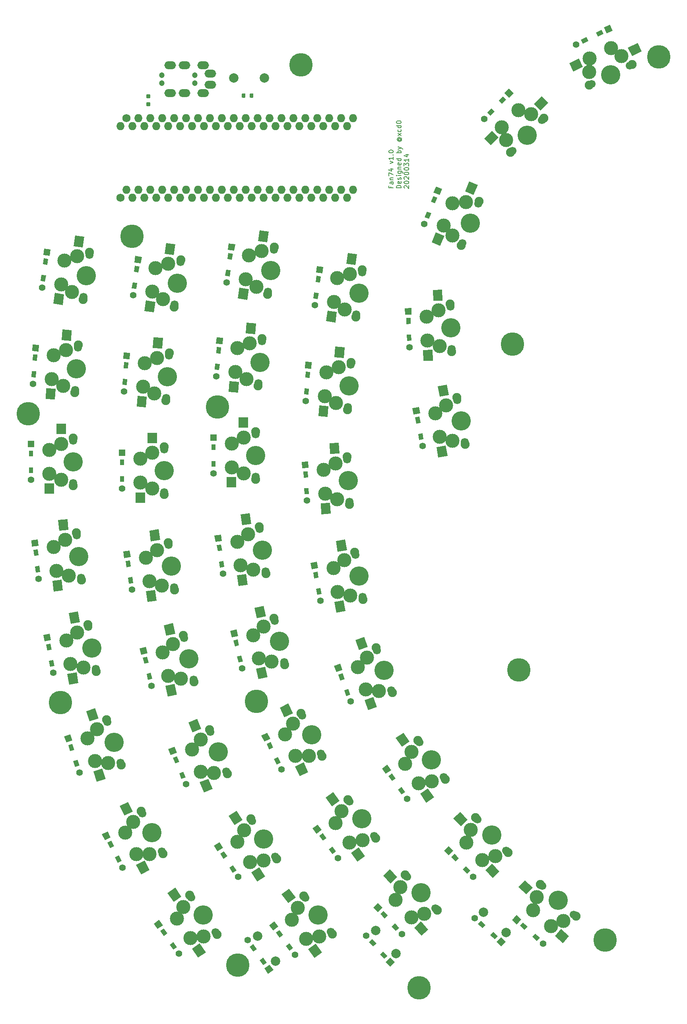
<source format=gbr>
G04 #@! TF.GenerationSoftware,KiCad,Pcbnew,(5.1.5)-3*
G04 #@! TF.CreationDate,2020-03-14T16:45:00+09:00*
G04 #@! TF.ProjectId,fan,66616e2e-6b69-4636-9164-5f7063625858,v1.0*
G04 #@! TF.SameCoordinates,Original*
G04 #@! TF.FileFunction,Soldermask,Top*
G04 #@! TF.FilePolarity,Negative*
%FSLAX46Y46*%
G04 Gerber Fmt 4.6, Leading zero omitted, Abs format (unit mm)*
G04 Created by KiCad (PCBNEW (5.1.5)-3) date 2020-03-14 16:45:00*
%MOMM*%
%LPD*%
G04 APERTURE LIST*
%ADD10C,0.150000*%
%ADD11C,5.000000*%
%ADD12O,2.500000X1.700000*%
%ADD13C,1.200000*%
%ADD14C,0.100000*%
%ADD15C,1.397000*%
%ADD16C,3.000000*%
%ADD17C,4.100000*%
%ADD18C,1.900000*%
%ADD19C,1.700000*%
%ADD20R,1.397000X1.397000*%
%ADD21R,0.950000X1.300000*%
%ADD22R,2.000000X2.300000*%
%ADD23C,2.000000*%
%ADD24O,1.727200X1.727200*%
%ADD25C,1.727200*%
G04 APERTURE END LIST*
D10*
X105650672Y-66424796D02*
X105650672Y-66758129D01*
X106174481Y-66758129D02*
X105174481Y-66758129D01*
X105174481Y-66281939D01*
X106174481Y-65472415D02*
X105650672Y-65472415D01*
X105555434Y-65520034D01*
X105507815Y-65615272D01*
X105507815Y-65805748D01*
X105555434Y-65900986D01*
X106126862Y-65472415D02*
X106174481Y-65567653D01*
X106174481Y-65805748D01*
X106126862Y-65900986D01*
X106031624Y-65948605D01*
X105936386Y-65948605D01*
X105841148Y-65900986D01*
X105793529Y-65805748D01*
X105793529Y-65567653D01*
X105745910Y-65472415D01*
X105507815Y-64996225D02*
X106174481Y-64996225D01*
X105603053Y-64996225D02*
X105555434Y-64948605D01*
X105507815Y-64853367D01*
X105507815Y-64710510D01*
X105555434Y-64615272D01*
X105650672Y-64567653D01*
X106174481Y-64567653D01*
X105174481Y-64186701D02*
X105174481Y-63520034D01*
X106174481Y-63948605D01*
X105507815Y-62710510D02*
X106174481Y-62710510D01*
X105126862Y-62948605D02*
X105841148Y-63186701D01*
X105841148Y-62567653D01*
X105507815Y-61520034D02*
X106174481Y-61281939D01*
X105507815Y-61043844D01*
X106174481Y-60139082D02*
X106174481Y-60710510D01*
X106174481Y-60424796D02*
X105174481Y-60424796D01*
X105317339Y-60520034D01*
X105412577Y-60615272D01*
X105460196Y-60710510D01*
X106079243Y-59710510D02*
X106126862Y-59662891D01*
X106174481Y-59710510D01*
X106126862Y-59758129D01*
X106079243Y-59710510D01*
X106174481Y-59710510D01*
X105174481Y-59043844D02*
X105174481Y-58948605D01*
X105222101Y-58853367D01*
X105269720Y-58805748D01*
X105364958Y-58758129D01*
X105555434Y-58710510D01*
X105793529Y-58710510D01*
X105984005Y-58758129D01*
X106079243Y-58805748D01*
X106126862Y-58853367D01*
X106174481Y-58948605D01*
X106174481Y-59043844D01*
X106126862Y-59139082D01*
X106079243Y-59186701D01*
X105984005Y-59234320D01*
X105793529Y-59281939D01*
X105555434Y-59281939D01*
X105364958Y-59234320D01*
X105269720Y-59186701D01*
X105222101Y-59139082D01*
X105174481Y-59043844D01*
X107824481Y-66758129D02*
X106824481Y-66758129D01*
X106824481Y-66520034D01*
X106872101Y-66377177D01*
X106967339Y-66281939D01*
X107062577Y-66234320D01*
X107253053Y-66186701D01*
X107395910Y-66186701D01*
X107586386Y-66234320D01*
X107681624Y-66281939D01*
X107776862Y-66377177D01*
X107824481Y-66520034D01*
X107824481Y-66758129D01*
X107776862Y-65377177D02*
X107824481Y-65472415D01*
X107824481Y-65662891D01*
X107776862Y-65758129D01*
X107681624Y-65805748D01*
X107300672Y-65805748D01*
X107205434Y-65758129D01*
X107157815Y-65662891D01*
X107157815Y-65472415D01*
X107205434Y-65377177D01*
X107300672Y-65329558D01*
X107395910Y-65329558D01*
X107491148Y-65805748D01*
X107776862Y-64948605D02*
X107824481Y-64853367D01*
X107824481Y-64662891D01*
X107776862Y-64567653D01*
X107681624Y-64520034D01*
X107634005Y-64520034D01*
X107538767Y-64567653D01*
X107491148Y-64662891D01*
X107491148Y-64805748D01*
X107443529Y-64900986D01*
X107348291Y-64948605D01*
X107300672Y-64948605D01*
X107205434Y-64900986D01*
X107157815Y-64805748D01*
X107157815Y-64662891D01*
X107205434Y-64567653D01*
X107824481Y-64091463D02*
X107157815Y-64091463D01*
X106824481Y-64091463D02*
X106872101Y-64139082D01*
X106919720Y-64091463D01*
X106872101Y-64043844D01*
X106824481Y-64091463D01*
X106919720Y-64091463D01*
X107157815Y-63186701D02*
X107967339Y-63186701D01*
X108062577Y-63234320D01*
X108110196Y-63281939D01*
X108157815Y-63377177D01*
X108157815Y-63520034D01*
X108110196Y-63615272D01*
X107776862Y-63186701D02*
X107824481Y-63281939D01*
X107824481Y-63472415D01*
X107776862Y-63567653D01*
X107729243Y-63615272D01*
X107634005Y-63662891D01*
X107348291Y-63662891D01*
X107253053Y-63615272D01*
X107205434Y-63567653D01*
X107157815Y-63472415D01*
X107157815Y-63281939D01*
X107205434Y-63186701D01*
X107157815Y-62710510D02*
X107824481Y-62710510D01*
X107253053Y-62710510D02*
X107205434Y-62662891D01*
X107157815Y-62567653D01*
X107157815Y-62424796D01*
X107205434Y-62329558D01*
X107300672Y-62281939D01*
X107824481Y-62281939D01*
X107776862Y-61424796D02*
X107824481Y-61520034D01*
X107824481Y-61710510D01*
X107776862Y-61805748D01*
X107681624Y-61853367D01*
X107300672Y-61853367D01*
X107205434Y-61805748D01*
X107157815Y-61710510D01*
X107157815Y-61520034D01*
X107205434Y-61424796D01*
X107300672Y-61377177D01*
X107395910Y-61377177D01*
X107491148Y-61853367D01*
X107824481Y-60520034D02*
X106824481Y-60520034D01*
X107776862Y-60520034D02*
X107824481Y-60615272D01*
X107824481Y-60805748D01*
X107776862Y-60900986D01*
X107729243Y-60948605D01*
X107634005Y-60996225D01*
X107348291Y-60996225D01*
X107253053Y-60948605D01*
X107205434Y-60900986D01*
X107157815Y-60805748D01*
X107157815Y-60615272D01*
X107205434Y-60520034D01*
X107824481Y-59281939D02*
X106824481Y-59281939D01*
X107205434Y-59281939D02*
X107157815Y-59186701D01*
X107157815Y-58996225D01*
X107205434Y-58900986D01*
X107253053Y-58853367D01*
X107348291Y-58805748D01*
X107634005Y-58805748D01*
X107729243Y-58853367D01*
X107776862Y-58900986D01*
X107824481Y-58996225D01*
X107824481Y-59186701D01*
X107776862Y-59281939D01*
X107157815Y-58472415D02*
X107824481Y-58234320D01*
X107157815Y-57996225D02*
X107824481Y-58234320D01*
X108062577Y-58329558D01*
X108110196Y-58377177D01*
X108157815Y-58472415D01*
X107348291Y-56234320D02*
X107300672Y-56281939D01*
X107253053Y-56377177D01*
X107253053Y-56472415D01*
X107300672Y-56567653D01*
X107348291Y-56615272D01*
X107443529Y-56662891D01*
X107538767Y-56662891D01*
X107634005Y-56615272D01*
X107681624Y-56567653D01*
X107729243Y-56472415D01*
X107729243Y-56377177D01*
X107681624Y-56281939D01*
X107634005Y-56234320D01*
X107253053Y-56234320D02*
X107634005Y-56234320D01*
X107681624Y-56186701D01*
X107681624Y-56139082D01*
X107634005Y-56043844D01*
X107538767Y-55996225D01*
X107300672Y-55996225D01*
X107157815Y-56091463D01*
X107062577Y-56234320D01*
X107014958Y-56424796D01*
X107062577Y-56615272D01*
X107157815Y-56758129D01*
X107300672Y-56853367D01*
X107491148Y-56900986D01*
X107681624Y-56853367D01*
X107824481Y-56758129D01*
X107919720Y-56615272D01*
X107967339Y-56424796D01*
X107919720Y-56234320D01*
X107824481Y-56091463D01*
X107824481Y-55662891D02*
X107157815Y-55139082D01*
X107157815Y-55662891D02*
X107824481Y-55139082D01*
X107776862Y-54329558D02*
X107824481Y-54424796D01*
X107824481Y-54615272D01*
X107776862Y-54710510D01*
X107729243Y-54758129D01*
X107634005Y-54805748D01*
X107348291Y-54805748D01*
X107253053Y-54758129D01*
X107205434Y-54710510D01*
X107157815Y-54615272D01*
X107157815Y-54424796D01*
X107205434Y-54329558D01*
X107824481Y-53472415D02*
X106824481Y-53472415D01*
X107776862Y-53472415D02*
X107824481Y-53567653D01*
X107824481Y-53758129D01*
X107776862Y-53853367D01*
X107729243Y-53900986D01*
X107634005Y-53948605D01*
X107348291Y-53948605D01*
X107253053Y-53900986D01*
X107205434Y-53853367D01*
X107157815Y-53758129D01*
X107157815Y-53567653D01*
X107205434Y-53472415D01*
X106824481Y-52805748D02*
X106824481Y-52710510D01*
X106872101Y-52615272D01*
X106919720Y-52567653D01*
X107014958Y-52520034D01*
X107205434Y-52472415D01*
X107443529Y-52472415D01*
X107634005Y-52520034D01*
X107729243Y-52567653D01*
X107776862Y-52615272D01*
X107824481Y-52710510D01*
X107824481Y-52805748D01*
X107776862Y-52900986D01*
X107729243Y-52948605D01*
X107634005Y-52996225D01*
X107443529Y-53043844D01*
X107205434Y-53043844D01*
X107014958Y-52996225D01*
X106919720Y-52948605D01*
X106872101Y-52900986D01*
X106824481Y-52805748D01*
X108569720Y-66805748D02*
X108522101Y-66758129D01*
X108474481Y-66662891D01*
X108474481Y-66424796D01*
X108522101Y-66329558D01*
X108569720Y-66281939D01*
X108664958Y-66234320D01*
X108760196Y-66234320D01*
X108903053Y-66281939D01*
X109474481Y-66853367D01*
X109474481Y-66234320D01*
X108474481Y-65615272D02*
X108474481Y-65520034D01*
X108522101Y-65424796D01*
X108569720Y-65377177D01*
X108664958Y-65329558D01*
X108855434Y-65281939D01*
X109093529Y-65281939D01*
X109284005Y-65329558D01*
X109379243Y-65377177D01*
X109426862Y-65424796D01*
X109474481Y-65520034D01*
X109474481Y-65615272D01*
X109426862Y-65710510D01*
X109379243Y-65758129D01*
X109284005Y-65805748D01*
X109093529Y-65853367D01*
X108855434Y-65853367D01*
X108664958Y-65805748D01*
X108569720Y-65758129D01*
X108522101Y-65710510D01*
X108474481Y-65615272D01*
X108569720Y-64900986D02*
X108522101Y-64853367D01*
X108474481Y-64758129D01*
X108474481Y-64520034D01*
X108522101Y-64424796D01*
X108569720Y-64377177D01*
X108664958Y-64329558D01*
X108760196Y-64329558D01*
X108903053Y-64377177D01*
X109474481Y-64948605D01*
X109474481Y-64329558D01*
X108474481Y-63710510D02*
X108474481Y-63615272D01*
X108522101Y-63520034D01*
X108569720Y-63472415D01*
X108664958Y-63424796D01*
X108855434Y-63377177D01*
X109093529Y-63377177D01*
X109284005Y-63424796D01*
X109379243Y-63472415D01*
X109426862Y-63520034D01*
X109474481Y-63615272D01*
X109474481Y-63710510D01*
X109426862Y-63805748D01*
X109379243Y-63853367D01*
X109284005Y-63900986D01*
X109093529Y-63948605D01*
X108855434Y-63948605D01*
X108664958Y-63900986D01*
X108569720Y-63853367D01*
X108522101Y-63805748D01*
X108474481Y-63710510D01*
X108474481Y-62758129D02*
X108474481Y-62662891D01*
X108522101Y-62567653D01*
X108569720Y-62520034D01*
X108664958Y-62472415D01*
X108855434Y-62424796D01*
X109093529Y-62424796D01*
X109284005Y-62472415D01*
X109379243Y-62520034D01*
X109426862Y-62567653D01*
X109474481Y-62662891D01*
X109474481Y-62758129D01*
X109426862Y-62853367D01*
X109379243Y-62900986D01*
X109284005Y-62948605D01*
X109093529Y-62996225D01*
X108855434Y-62996225D01*
X108664958Y-62948605D01*
X108569720Y-62900986D01*
X108522101Y-62853367D01*
X108474481Y-62758129D01*
X108474481Y-62091463D02*
X108474481Y-61472415D01*
X108855434Y-61805748D01*
X108855434Y-61662891D01*
X108903053Y-61567653D01*
X108950672Y-61520034D01*
X109045910Y-61472415D01*
X109284005Y-61472415D01*
X109379243Y-61520034D01*
X109426862Y-61567653D01*
X109474481Y-61662891D01*
X109474481Y-61948605D01*
X109426862Y-62043844D01*
X109379243Y-62091463D01*
X109474481Y-60520034D02*
X109474481Y-61091463D01*
X109474481Y-60805748D02*
X108474481Y-60805748D01*
X108617339Y-60900986D01*
X108712577Y-60996225D01*
X108760196Y-61091463D01*
X108807815Y-59662891D02*
X109474481Y-59662891D01*
X108426862Y-59900986D02*
X109141148Y-60139082D01*
X109141148Y-59520034D01*
D11*
X50489000Y-77071000D03*
D12*
X67185000Y-44828000D03*
X58685000Y-46578000D03*
X67185000Y-42378000D03*
D13*
X63885000Y-44478000D03*
D12*
X65685000Y-40628000D03*
X61685000Y-40628000D03*
D13*
X63885000Y-42728000D03*
D12*
X67185000Y-42378000D03*
X65685000Y-46578000D03*
X65685000Y-40628000D03*
X58685000Y-40628000D03*
D13*
X56885000Y-42728000D03*
X56885000Y-44478000D03*
X63885000Y-44478000D03*
D12*
X58685000Y-46578000D03*
X58685000Y-40628000D03*
X67185000Y-44828000D03*
X61685000Y-46578000D03*
X61685000Y-40628000D03*
X65685000Y-46578000D03*
D13*
X63885000Y-42728000D03*
D12*
X61685000Y-46578000D03*
D13*
X56885000Y-42728000D03*
X56885000Y-44478000D03*
D14*
G36*
X108606000Y-92356070D02*
G01*
X110002149Y-92307315D01*
X110050904Y-93703464D01*
X108654755Y-93752219D01*
X108606000Y-92356070D01*
G37*
D15*
X109594387Y-100645126D03*
D14*
G36*
X108902078Y-94430501D02*
G01*
X109851499Y-94397347D01*
X109896868Y-95696555D01*
X108947447Y-95729709D01*
X108902078Y-94430501D01*
G37*
G36*
X109025971Y-97978338D02*
G01*
X109975392Y-97945184D01*
X110020761Y-99244392D01*
X109071340Y-99277546D01*
X109025971Y-97978338D01*
G37*
G36*
X114593687Y-88503256D02*
G01*
X116592468Y-88433457D01*
X116672737Y-90732056D01*
X114673956Y-90801855D01*
X114593687Y-88503256D01*
G37*
G36*
X112498458Y-101284164D02*
G01*
X114497239Y-101214365D01*
X114577508Y-103512964D01*
X112578727Y-103582763D01*
X112498458Y-101284164D01*
G37*
D16*
X116050451Y-100419675D03*
X113467676Y-99239093D03*
X115784516Y-92804317D03*
X113290387Y-94162188D03*
D17*
X118455937Y-96523351D03*
D18*
X118278648Y-91446446D03*
X118633226Y-101600256D03*
D19*
X118612985Y-101020610D03*
X118298889Y-92026092D03*
D14*
G36*
X152253605Y-31988005D02*
G01*
X152866010Y-33243620D01*
X151610395Y-33856025D01*
X150997990Y-32600410D01*
X152253605Y-31988005D01*
G37*
D15*
X145083189Y-36262403D03*
D14*
G36*
X150478944Y-33102232D02*
G01*
X150895396Y-33956086D01*
X149726964Y-34525968D01*
X149310512Y-33672114D01*
X150478944Y-33102232D01*
G37*
G36*
X147288225Y-34658449D02*
G01*
X147704677Y-35512303D01*
X146536245Y-36082185D01*
X146119793Y-35228331D01*
X147288225Y-34658449D01*
G37*
G36*
X158208738Y-35890947D02*
G01*
X159085480Y-37688535D01*
X157018254Y-38696789D01*
X156141512Y-36899201D01*
X158208738Y-35890947D01*
G37*
G36*
X145680591Y-39175324D02*
G01*
X146557333Y-40972912D01*
X144490107Y-41981166D01*
X143613365Y-40183578D01*
X145680591Y-39175324D01*
G37*
D16*
X147915067Y-42068612D03*
X147943073Y-39228944D03*
X154763877Y-38728223D03*
X152508946Y-37002019D03*
D17*
X152452935Y-42681355D03*
D18*
X157018809Y-40454430D03*
X147887061Y-44908280D03*
D19*
X148408362Y-44654025D03*
X156497508Y-40708685D03*
D20*
X28995937Y-121237352D03*
D15*
X28995937Y-128857352D03*
D21*
X28995937Y-123272352D03*
X28995937Y-126822352D03*
D22*
X35415937Y-118047352D03*
X32875937Y-130747352D03*
D16*
X35455937Y-128857352D03*
X32915937Y-127587352D03*
X35455936Y-121237352D03*
X32915937Y-122507352D03*
D17*
X37995937Y-125047352D03*
D18*
X37995937Y-119967352D03*
X37995937Y-130127352D03*
D19*
X37995937Y-129547352D03*
X37995937Y-120547352D03*
D14*
G36*
X115259555Y-66462019D02*
G01*
X116554831Y-66985345D01*
X116031505Y-68280621D01*
X114736229Y-67757295D01*
X115259555Y-66462019D01*
G37*
D15*
X112791028Y-74436461D03*
D14*
G36*
X114686288Y-68477531D02*
G01*
X115567113Y-68833408D01*
X115080124Y-70038747D01*
X114199299Y-69682870D01*
X114686288Y-68477531D01*
G37*
G36*
X113356435Y-71769034D02*
G01*
X114237260Y-72124911D01*
X113750271Y-73330250D01*
X112869446Y-72974373D01*
X113356435Y-71769034D01*
G37*
G36*
X122296660Y-65377710D02*
G01*
X124151027Y-66126923D01*
X123289432Y-68259446D01*
X121435065Y-67510233D01*
X122296660Y-65377710D01*
G37*
G36*
X115184109Y-76201444D02*
G01*
X117038476Y-76950657D01*
X116176881Y-79083180D01*
X114322514Y-78333967D01*
X115184109Y-76201444D01*
G37*
D16*
X118780636Y-76856420D03*
X116901339Y-74727395D03*
X121635137Y-69791278D03*
X118804341Y-70017302D03*
D17*
X122562934Y-74275350D03*
D18*
X124465935Y-69565256D03*
X120659933Y-78985444D03*
D19*
X120877204Y-78447677D03*
X124248664Y-70103023D03*
D20*
X67847930Y-119902349D03*
D15*
X67847930Y-127522349D03*
D21*
X67847930Y-121937349D03*
X67847930Y-125487349D03*
D22*
X74267930Y-116712349D03*
X71727930Y-129412349D03*
D16*
X74307930Y-127522349D03*
X71767930Y-126252349D03*
X74307929Y-119902349D03*
X71767930Y-121172349D03*
D17*
X76847930Y-123712349D03*
D18*
X76847930Y-118632349D03*
X76847930Y-128792349D03*
D19*
X76847930Y-128212349D03*
X76847930Y-119212349D03*
D20*
X48395935Y-123137351D03*
D15*
X48395935Y-130757351D03*
D21*
X48395935Y-125172351D03*
X48395935Y-128722351D03*
D22*
X54815935Y-119947351D03*
X52275935Y-132647351D03*
D16*
X54855935Y-130757351D03*
X52315935Y-129487351D03*
X54855934Y-123137351D03*
X52315935Y-124407351D03*
D17*
X57395935Y-126947351D03*
D18*
X57395935Y-121867351D03*
X57395935Y-132027351D03*
D19*
X57395935Y-131447351D03*
X57395935Y-122447351D03*
D14*
G36*
X68527280Y-98510728D02*
G01*
X69918964Y-98632484D01*
X69797208Y-100024168D01*
X68405524Y-99902412D01*
X68527280Y-98510728D01*
G37*
D15*
X68498117Y-106858451D03*
D14*
G36*
X68568341Y-100605778D02*
G01*
X69514726Y-100688576D01*
X69401423Y-101983630D01*
X68455038Y-101900832D01*
X68568341Y-100605778D01*
G37*
G36*
X68258938Y-104142269D02*
G01*
X69205323Y-104225067D01*
X69092020Y-105520121D01*
X68145635Y-105437323D01*
X68258938Y-104142269D01*
G37*
G36*
X74939875Y-95416346D02*
G01*
X76932265Y-95590658D01*
X76731807Y-97881906D01*
X74739417Y-97707594D01*
X74939875Y-95416346D01*
G37*
G36*
X71302662Y-107846643D02*
G01*
X73295052Y-108020955D01*
X73094594Y-110312203D01*
X71102204Y-110137891D01*
X71302662Y-107846643D01*
G37*
D16*
X74933535Y-107421477D03*
X72513888Y-105934934D03*
X75597661Y-99830474D03*
X72956640Y-100874265D03*
D17*
X77795933Y-103847351D03*
D18*
X78238684Y-98786682D03*
X77353182Y-108908020D03*
D19*
X77403732Y-108330227D03*
X78188134Y-99364475D03*
D14*
G36*
X131438555Y-222552194D02*
G01*
X132373330Y-221514021D01*
X133411503Y-222448796D01*
X132476728Y-223486969D01*
X131438555Y-222552194D01*
G37*
D15*
X138087792Y-227599270D03*
D14*
G36*
X133136447Y-223780235D02*
G01*
X133772121Y-223074247D01*
X134738209Y-223944117D01*
X134102535Y-224650105D01*
X133136447Y-223780235D01*
G37*
G36*
X135774612Y-226155648D02*
G01*
X136410286Y-225449660D01*
X137376374Y-226319530D01*
X136740700Y-227025518D01*
X135774612Y-226155648D01*
G37*
G36*
X132826468Y-215568623D02*
G01*
X134164729Y-214082333D01*
X135873962Y-215621333D01*
X134535701Y-217107623D01*
X132826468Y-215568623D01*
G37*
G36*
X140564816Y-225954170D02*
G01*
X141903077Y-224467880D01*
X143612310Y-226006880D01*
X142274049Y-227493170D01*
X140564816Y-225954170D01*
G37*
D16*
X142410376Y-222798554D03*
X139766990Y-223836346D03*
X136747612Y-217699780D03*
X135991815Y-220437163D03*
D17*
X141278586Y-218361579D03*
D18*
X137503410Y-214962396D03*
X145053762Y-221760762D03*
D19*
X144622738Y-221372667D03*
X137934434Y-215350491D03*
D14*
G36*
X130823287Y-45585061D02*
G01*
X131828205Y-46555499D01*
X130857767Y-47560417D01*
X129852849Y-46589979D01*
X130823287Y-45585061D01*
G37*
D15*
X125547230Y-52054108D03*
D14*
G36*
X129536739Y-47239062D02*
G01*
X130220111Y-47898988D01*
X129317055Y-48834130D01*
X128633683Y-48174204D01*
X129536739Y-47239062D01*
G37*
G36*
X127070702Y-49792718D02*
G01*
X127754074Y-50452644D01*
X126851018Y-51387786D01*
X126167646Y-50727860D01*
X127070702Y-49792718D01*
G37*
G36*
X137754166Y-47215853D02*
G01*
X139192846Y-48605170D01*
X137595132Y-50259651D01*
X136156452Y-48870334D01*
X137754166Y-47215853D01*
G37*
G36*
X127104882Y-54587036D02*
G01*
X128543562Y-55976353D01*
X126945848Y-57630834D01*
X125507168Y-56241517D01*
X127104882Y-54587036D01*
G37*
D16*
X130194166Y-56541601D03*
X129249259Y-53863608D03*
X135487462Y-51060231D03*
X132778123Y-50209361D03*
D17*
X134667937Y-55565349D03*
D18*
X138196802Y-51911103D03*
X131139072Y-59219595D03*
D19*
X131541974Y-58802378D03*
X137793900Y-52328320D03*
D14*
G36*
X29335556Y-100073301D02*
G01*
X30729153Y-100170750D01*
X30631704Y-101564347D01*
X29238107Y-101466898D01*
X29335556Y-100073301D01*
G37*
D15*
X29452085Y-108420262D03*
D14*
G36*
X29413174Y-102167316D02*
G01*
X30360860Y-102233585D01*
X30270176Y-103530418D01*
X29322490Y-103464149D01*
X29413174Y-102167316D01*
G37*
G36*
X29165539Y-105708668D02*
G01*
X30113225Y-105774937D01*
X30022541Y-107071770D01*
X29074855Y-107005501D01*
X29165539Y-105708668D01*
G37*
G36*
X35693170Y-96867476D02*
G01*
X37688298Y-97006989D01*
X37527858Y-99301386D01*
X35532730Y-99161873D01*
X35693170Y-96867476D01*
G37*
G36*
X32273450Y-109359358D02*
G01*
X34268578Y-109498871D01*
X34108138Y-111793268D01*
X32113010Y-111653755D01*
X32273450Y-109359358D01*
G37*
D16*
X35896349Y-108870889D03*
X33451127Y-107426801D03*
X36427892Y-101269450D03*
X33805490Y-102359175D03*
D17*
X38695934Y-105247351D03*
D18*
X39050297Y-100179726D03*
X38341571Y-110314976D03*
D19*
X38382030Y-109736389D03*
X39009838Y-100758313D03*
D14*
G36*
X71119282Y-78532957D02*
G01*
X72502687Y-78727382D01*
X72308262Y-80110787D01*
X70924857Y-79916362D01*
X71119282Y-78532957D01*
G37*
D15*
X70653273Y-86867714D03*
D14*
G36*
X71050640Y-80627286D02*
G01*
X71991395Y-80759500D01*
X71810470Y-82046848D01*
X70869715Y-81914634D01*
X71050640Y-80627286D01*
G37*
G36*
X70556575Y-84142738D02*
G01*
X71497330Y-84274952D01*
X71316405Y-85562300D01*
X70375650Y-85430086D01*
X70556575Y-84142738D01*
G37*
G36*
X77685036Y-75778427D02*
G01*
X79665572Y-76056773D01*
X79345474Y-78334389D01*
X77364938Y-78056043D01*
X77685036Y-75778427D01*
G37*
G36*
X73402257Y-88001332D02*
G01*
X75382793Y-88279678D01*
X75062695Y-90557294D01*
X73082159Y-90278948D01*
X73402257Y-88001332D01*
G37*
D16*
X77050405Y-87766773D03*
X74711874Y-86155633D03*
X78110903Y-80220930D03*
X75418873Y-81125071D03*
D17*
X80095935Y-84347351D03*
D18*
X80802934Y-79316789D03*
X79388936Y-89377913D03*
D19*
X79469656Y-88803557D03*
X80722214Y-79891145D03*
D14*
G36*
X89900285Y-83372957D02*
G01*
X91283690Y-83567382D01*
X91089265Y-84950787D01*
X89705860Y-84756362D01*
X89900285Y-83372957D01*
G37*
D15*
X89434276Y-91707714D03*
D14*
G36*
X89831643Y-85467286D02*
G01*
X90772398Y-85599500D01*
X90591473Y-86886848D01*
X89650718Y-86754634D01*
X89831643Y-85467286D01*
G37*
G36*
X89337578Y-88982738D02*
G01*
X90278333Y-89114952D01*
X90097408Y-90402300D01*
X89156653Y-90270086D01*
X89337578Y-88982738D01*
G37*
G36*
X96466039Y-80618427D02*
G01*
X98446575Y-80896773D01*
X98126477Y-83174389D01*
X96145941Y-82896043D01*
X96466039Y-80618427D01*
G37*
G36*
X92183260Y-92841332D02*
G01*
X94163796Y-93119678D01*
X93843698Y-95397294D01*
X91863162Y-95118948D01*
X92183260Y-92841332D01*
G37*
D16*
X95831408Y-92606773D03*
X93492877Y-90995633D03*
X96891906Y-85060930D03*
X94199876Y-85965071D03*
D17*
X98876938Y-89187351D03*
D18*
X99583937Y-84156789D03*
X98169939Y-94217913D03*
D19*
X98250659Y-93643557D03*
X99503217Y-84731145D03*
D14*
G36*
X51219281Y-81232958D02*
G01*
X52602686Y-81427383D01*
X52408261Y-82810788D01*
X51024856Y-82616363D01*
X51219281Y-81232958D01*
G37*
D15*
X50753272Y-89567715D03*
D14*
G36*
X51150639Y-83327287D02*
G01*
X52091394Y-83459501D01*
X51910469Y-84746849D01*
X50969714Y-84614635D01*
X51150639Y-83327287D01*
G37*
G36*
X50656574Y-86842739D02*
G01*
X51597329Y-86974953D01*
X51416404Y-88262301D01*
X50475649Y-88130087D01*
X50656574Y-86842739D01*
G37*
G36*
X57785035Y-78478428D02*
G01*
X59765571Y-78756774D01*
X59445473Y-81034390D01*
X57464937Y-80756044D01*
X57785035Y-78478428D01*
G37*
G36*
X53502256Y-90701333D02*
G01*
X55482792Y-90979679D01*
X55162694Y-93257295D01*
X53182158Y-92978949D01*
X53502256Y-90701333D01*
G37*
D16*
X57150404Y-90466774D03*
X54811873Y-88855634D03*
X58210902Y-82920931D03*
X55518872Y-83825072D03*
D17*
X60195934Y-87047352D03*
D18*
X60902933Y-82016790D03*
X59488935Y-92077914D03*
D19*
X59569655Y-91503558D03*
X60822213Y-82591146D03*
D14*
G36*
X36078911Y-183456515D02*
G01*
X37407537Y-183024819D01*
X37839233Y-184353445D01*
X36510607Y-184785141D01*
X36078911Y-183456515D01*
G37*
D15*
X39313781Y-191152030D03*
D14*
G36*
X36935308Y-185368976D02*
G01*
X37838812Y-185075410D01*
X38240534Y-186311784D01*
X37337030Y-186605350D01*
X36935308Y-185368976D01*
G37*
G36*
X38032319Y-188745226D02*
G01*
X38935823Y-188451660D01*
X39337545Y-189688034D01*
X38434041Y-189981600D01*
X38032319Y-188745226D01*
G37*
G36*
X40772664Y-178102522D02*
G01*
X42674777Y-177484488D01*
X43385516Y-179671918D01*
X41483403Y-180289952D01*
X40772664Y-178102522D01*
G37*
G36*
X42281497Y-190965843D02*
G01*
X44183610Y-190347809D01*
X44894349Y-192535239D01*
X42992236Y-193153273D01*
X42281497Y-190965843D01*
G37*
D16*
X45457606Y-189155780D03*
X42649471Y-188732842D03*
X43102896Y-181908730D03*
X41079665Y-183901475D03*
D17*
X46695935Y-184747352D03*
D18*
X45126129Y-179915985D03*
X48265741Y-189578719D03*
D19*
X48086511Y-189027106D03*
X45305359Y-180467598D03*
D14*
G36*
X116964809Y-207762468D02*
G01*
X117986510Y-206809717D01*
X118939261Y-207831418D01*
X117917560Y-208784169D01*
X116964809Y-207762468D01*
G37*
D15*
X123148862Y-213369858D03*
D14*
G36*
X118549210Y-209133816D02*
G01*
X119243996Y-208485918D01*
X120130594Y-209436678D01*
X119435808Y-210084576D01*
X118549210Y-209133816D01*
G37*
G36*
X120970304Y-211730122D02*
G01*
X121665090Y-211082224D01*
X122551688Y-212032984D01*
X121856902Y-212680882D01*
X120970304Y-211730122D01*
G37*
G36*
X118956099Y-200926437D02*
G01*
X120418807Y-199562440D01*
X121987403Y-201244553D01*
X120524695Y-202608550D01*
X118956099Y-200926437D01*
G37*
G36*
X125759840Y-211946905D02*
G01*
X127222548Y-210582908D01*
X128791144Y-212265021D01*
X127328436Y-213629018D01*
X125759840Y-211946905D01*
G37*
D16*
X127873407Y-208964148D03*
X125149631Y-209767605D03*
X122676579Y-203391234D03*
X121685079Y-206052328D03*
D17*
X127132632Y-204445415D03*
D18*
X123668080Y-200730138D03*
X130597184Y-208160692D03*
D19*
X130201625Y-207736507D03*
X124063639Y-201154323D03*
D14*
G36*
X103753418Y-190323036D02*
G01*
X104897774Y-189521750D01*
X105699060Y-190666106D01*
X104554704Y-191467392D01*
X103753418Y-190323036D01*
G37*
D15*
X109096892Y-196736509D03*
D14*
G36*
X105131545Y-191901545D02*
G01*
X105909740Y-191356647D01*
X106655389Y-192421545D01*
X105877194Y-192966443D01*
X105131545Y-191901545D01*
G37*
G36*
X107167742Y-194809535D02*
G01*
X107945937Y-194264637D01*
X108691586Y-195329535D01*
X107913391Y-195874433D01*
X107167742Y-194809535D01*
G37*
G36*
X106676722Y-183830667D02*
G01*
X108315026Y-182683514D01*
X109634252Y-184567563D01*
X107995948Y-185714716D01*
X106676722Y-183830667D01*
G37*
G36*
X111880496Y-195690782D02*
G01*
X113518800Y-194543629D01*
X114838026Y-196427678D01*
X113199722Y-197574831D01*
X111880496Y-195690782D01*
G37*
D16*
X114388614Y-193031205D03*
X111579526Y-193447766D03*
X110017961Y-186789267D03*
X108665757Y-189286474D03*
D17*
X114283934Y-188453352D03*
D18*
X111370166Y-184292060D03*
X117197702Y-192614644D03*
D19*
X116865028Y-192139536D03*
X111702840Y-184767168D03*
D14*
G36*
X68075361Y-140729498D02*
G01*
X69458766Y-140535073D01*
X69653191Y-141918478D01*
X68269786Y-142112903D01*
X68075361Y-140729498D01*
G37*
D15*
X69924775Y-148869830D03*
D14*
G36*
X68586653Y-142761616D02*
G01*
X69527408Y-142629402D01*
X69708333Y-143916750D01*
X68767578Y-144048964D01*
X68586653Y-142761616D01*
G37*
G36*
X69080718Y-146277068D02*
G01*
X70021473Y-146144854D01*
X70202398Y-147432202D01*
X69261643Y-147564416D01*
X69080718Y-146277068D01*
G37*
G36*
X73627518Y-136271906D02*
G01*
X75608054Y-135993560D01*
X75928152Y-138271176D01*
X73947616Y-138549522D01*
X73627518Y-136271906D01*
G37*
G36*
X72879735Y-149201810D02*
G01*
X74860271Y-148923464D01*
X75180369Y-151201080D01*
X73199833Y-151479426D01*
X72879735Y-149201810D01*
G37*
D16*
X76321907Y-147970772D03*
X73629876Y-147066631D03*
X75261407Y-140424929D03*
X72922877Y-142036069D03*
D17*
X78306938Y-143844351D03*
D18*
X77599939Y-138813789D03*
X79013937Y-148874913D03*
D19*
X78933217Y-148300557D03*
X77680659Y-139388145D03*
D14*
G36*
X78077588Y-183310681D02*
G01*
X79333203Y-182698276D01*
X79945608Y-183953891D01*
X78689993Y-184566296D01*
X78077588Y-183310681D01*
G37*
D15*
X82351986Y-190481097D03*
D14*
G36*
X79191815Y-185085342D02*
G01*
X80045669Y-184668890D01*
X80615551Y-185837322D01*
X79761697Y-186253774D01*
X79191815Y-185085342D01*
G37*
G36*
X80748032Y-188276061D02*
G01*
X81601886Y-187859609D01*
X82171768Y-189028041D01*
X81317914Y-189444493D01*
X80748032Y-188276061D01*
G37*
G36*
X81980530Y-177355548D02*
G01*
X83778118Y-176478806D01*
X84786372Y-178546032D01*
X82988784Y-179422774D01*
X81980530Y-177355548D01*
G37*
G36*
X85264907Y-189883695D02*
G01*
X87062495Y-189006953D01*
X88070749Y-191074179D01*
X86273161Y-191950921D01*
X85264907Y-189883695D01*
G37*
D16*
X88158195Y-187649219D03*
X85318527Y-187621213D03*
X84817806Y-180800409D03*
X83091602Y-183055340D03*
D17*
X88770938Y-183111351D03*
D18*
X86544013Y-178545477D03*
X90997863Y-187677225D03*
D19*
X90743608Y-187155924D03*
X86798268Y-179066778D03*
D14*
G36*
X44107695Y-204333275D02*
G01*
X45352431Y-203699051D01*
X45986655Y-204943787D01*
X44741919Y-205578011D01*
X44107695Y-204333275D01*
G37*
D15*
X48506583Y-211428000D03*
D14*
G36*
X45252724Y-206088220D02*
G01*
X46099180Y-205656929D01*
X46689368Y-206815238D01*
X45842912Y-207246529D01*
X45252724Y-206088220D01*
G37*
G36*
X46864390Y-209251293D02*
G01*
X47710846Y-208820002D01*
X48301034Y-209978311D01*
X47454578Y-210409602D01*
X46864390Y-209251293D01*
G37*
G36*
X47906112Y-198310934D02*
G01*
X49688125Y-197402953D01*
X50732304Y-199452268D01*
X48950291Y-200360249D01*
X47906112Y-198310934D01*
G37*
G36*
X51408634Y-210779853D02*
G01*
X53190647Y-209871872D01*
X54234826Y-211921187D01*
X52452813Y-212829168D01*
X51408634Y-210779853D01*
G37*
D16*
X54262485Y-208495222D03*
X51422761Y-208516779D03*
X50803077Y-201705752D03*
X49116489Y-203990466D03*
D17*
X54795938Y-203947351D03*
D18*
X52489666Y-199421038D03*
X57102210Y-208473664D03*
D19*
X56838895Y-207956880D03*
X52752981Y-199937822D03*
D14*
G36*
X71430818Y-161052092D02*
G01*
X72792013Y-160737835D01*
X73106270Y-162099030D01*
X71745075Y-162413287D01*
X71430818Y-161052092D01*
G37*
D15*
X73982671Y-169000260D03*
D14*
G36*
X72117275Y-163031915D02*
G01*
X73042927Y-162818212D01*
X73335363Y-164084893D01*
X72409711Y-164298596D01*
X72117275Y-163031915D01*
G37*
G36*
X72915852Y-166490928D02*
G01*
X73841504Y-166277225D01*
X74133940Y-167543906D01*
X73208288Y-167757609D01*
X72915852Y-166490928D01*
G37*
G36*
X76573342Y-156127559D02*
G01*
X78522082Y-155677657D01*
X79039470Y-157918709D01*
X77090730Y-158368611D01*
X76573342Y-156127559D01*
G37*
G36*
X76955320Y-169073435D02*
G01*
X78904060Y-168623533D01*
X79421448Y-170864585D01*
X77472708Y-171314487D01*
X76955320Y-169073435D01*
G37*
D16*
X80277102Y-167547077D03*
X77516514Y-166881002D03*
X78562974Y-160122377D03*
X76373762Y-161931202D03*
D17*
X81894938Y-163263351D03*
D18*
X80752187Y-158313551D03*
X83037689Y-168213151D03*
D19*
X82907218Y-167648016D03*
X80882658Y-158878686D03*
D14*
G36*
X67987582Y-206795386D02*
G01*
X69159205Y-206034525D01*
X69920066Y-207206148D01*
X68748443Y-207967009D01*
X67987582Y-206795386D01*
G37*
D15*
X73103974Y-213391437D03*
D14*
G36*
X69309781Y-208421030D02*
G01*
X70106518Y-207903623D01*
X70814549Y-208993894D01*
X70017812Y-209511301D01*
X69309781Y-208421030D01*
G37*
G36*
X71243249Y-211398311D02*
G01*
X72039986Y-210880904D01*
X72748017Y-211971175D01*
X71951280Y-212488582D01*
X71243249Y-211398311D01*
G37*
G36*
X71135686Y-200408994D02*
G01*
X72813027Y-199319716D01*
X74065696Y-201248658D01*
X72388355Y-202337936D01*
X71135686Y-200408994D01*
G37*
G36*
X75922378Y-212443493D02*
G01*
X77599719Y-211354215D01*
X78852388Y-213283157D01*
X77175047Y-214372435D01*
X75922378Y-212443493D01*
G37*
D16*
X78521785Y-209873069D03*
X75699871Y-210191341D03*
X74371635Y-203482400D03*
X72933104Y-205930894D03*
D17*
X78576934Y-205294351D03*
D18*
X75810168Y-201033905D03*
X81343700Y-209554797D03*
D19*
X81027810Y-209068369D03*
X76126058Y-201520333D03*
D14*
G36*
X101888769Y-219873445D02*
G01*
X102926942Y-218938670D01*
X103861717Y-219976843D01*
X102823544Y-220911618D01*
X101888769Y-219873445D01*
G37*
D15*
X107974018Y-225587907D03*
D14*
G36*
X103448995Y-221272236D02*
G01*
X104154983Y-220636562D01*
X105024853Y-221602650D01*
X104318865Y-222238324D01*
X103448995Y-221272236D01*
G37*
G36*
X105824408Y-223910401D02*
G01*
X106530396Y-223274727D01*
X107400266Y-224240815D01*
X106694278Y-224876489D01*
X105824408Y-223910401D01*
G37*
G36*
X103999061Y-213073207D02*
G01*
X105485351Y-211734946D01*
X107024351Y-213444179D01*
X105538061Y-214782440D01*
X103999061Y-213073207D01*
G37*
G36*
X110609432Y-224210738D02*
G01*
X112095722Y-222872477D01*
X113634722Y-224581710D01*
X112148432Y-225919971D01*
X110609432Y-224210738D01*
G37*
D16*
X112774734Y-221265324D03*
X110037350Y-222021121D03*
X107675958Y-215602561D03*
X106638167Y-218245946D03*
D17*
X112112934Y-216734350D03*
D18*
X108713751Y-212959174D03*
X115512117Y-220509526D03*
D19*
X115124022Y-220078502D03*
X109101846Y-213390198D03*
D14*
G36*
X48664357Y-144132498D02*
G01*
X50047762Y-143938073D01*
X50242187Y-145321478D01*
X48858782Y-145515903D01*
X48664357Y-144132498D01*
G37*
D15*
X50513771Y-152272830D03*
D14*
G36*
X49175649Y-146164616D02*
G01*
X50116404Y-146032402D01*
X50297329Y-147319750D01*
X49356574Y-147451964D01*
X49175649Y-146164616D01*
G37*
G36*
X49669714Y-149680068D02*
G01*
X50610469Y-149547854D01*
X50791394Y-150835202D01*
X49850639Y-150967416D01*
X49669714Y-149680068D01*
G37*
G36*
X54216514Y-139674906D02*
G01*
X56197050Y-139396560D01*
X56517148Y-141674176D01*
X54536612Y-141952522D01*
X54216514Y-139674906D01*
G37*
G36*
X53468731Y-152604810D02*
G01*
X55449267Y-152326464D01*
X55769365Y-154604080D01*
X53788829Y-154882426D01*
X53468731Y-152604810D01*
G37*
D16*
X56910903Y-151373772D03*
X54218872Y-150469631D03*
X55850403Y-143827929D03*
X53511873Y-145439069D03*
D17*
X58895934Y-147247351D03*
D18*
X58188935Y-142216789D03*
X59602933Y-152277913D03*
D19*
X59522213Y-151703557D03*
X58269655Y-142791145D03*
D14*
G36*
X58245730Y-186191267D02*
G01*
X59541006Y-185667941D01*
X60064332Y-186963217D01*
X58769056Y-187486543D01*
X58245730Y-186191267D01*
G37*
D15*
X62009533Y-193642383D03*
D14*
G36*
X59233449Y-188039330D02*
G01*
X60114274Y-187683453D01*
X60601263Y-188888792D01*
X59720438Y-189244669D01*
X59233449Y-188039330D01*
G37*
G36*
X60563302Y-191330833D02*
G01*
X61444127Y-190974956D01*
X61931116Y-192180295D01*
X61050291Y-192536172D01*
X60563302Y-191330833D01*
G37*
G36*
X62554576Y-180522896D02*
G01*
X64408943Y-179773683D01*
X65270538Y-181906206D01*
X63416171Y-182655419D01*
X62554576Y-180522896D01*
G37*
G36*
X64957032Y-193249632D02*
G01*
X66811399Y-192500419D01*
X67672994Y-194632942D01*
X65818627Y-195382155D01*
X64957032Y-193249632D01*
G37*
D16*
X67999141Y-191222424D03*
X65168344Y-190996401D03*
X65144638Y-184157284D03*
X63265342Y-186286308D03*
D17*
X68926937Y-186738353D03*
D18*
X67023936Y-182028259D03*
X70829938Y-191448447D03*
D19*
X70612667Y-190910680D03*
X67241207Y-182566026D03*
D14*
G36*
X79702084Y-223710407D02*
G01*
X80817778Y-222869671D01*
X81658514Y-223985365D01*
X80542820Y-224826101D01*
X79702084Y-223710407D01*
G37*
D15*
X85266130Y-229933489D03*
D14*
G36*
X81134461Y-225239858D02*
G01*
X81893165Y-224668134D01*
X82675525Y-225706360D01*
X81916821Y-226278084D01*
X81134461Y-225239858D01*
G37*
G36*
X83270904Y-228075014D02*
G01*
X84029608Y-227503290D01*
X84811968Y-228541516D01*
X84053264Y-229113240D01*
X83270904Y-228075014D01*
G37*
G36*
X82397026Y-217119970D02*
G01*
X83994297Y-215916340D01*
X85378472Y-217753202D01*
X83781201Y-218956832D01*
X82397026Y-217119970D01*
G37*
G36*
X88011543Y-228791251D02*
G01*
X89608814Y-227587621D01*
X90992989Y-229424483D01*
X89395718Y-230628113D01*
X88011543Y-228791251D01*
G37*
D16*
X90425315Y-226045763D03*
X87632476Y-226560107D03*
X85839484Y-219960161D03*
X84575255Y-222503038D03*
D17*
X90160934Y-221474352D03*
D18*
X87103714Y-217417284D03*
X93218154Y-225531420D03*
D19*
X92869102Y-225068212D03*
X87452766Y-217880492D03*
D14*
G36*
X93561422Y-168476445D02*
G01*
X94874172Y-167998643D01*
X95351974Y-169311393D01*
X94039224Y-169789195D01*
X93561422Y-168476445D01*
G37*
D15*
X97062891Y-176054377D03*
D14*
G36*
X94484042Y-170357853D02*
G01*
X95376750Y-170032934D01*
X95821376Y-171254535D01*
X94928668Y-171579454D01*
X94484042Y-170357853D01*
G37*
G36*
X95698213Y-173693762D02*
G01*
X96590921Y-173368843D01*
X97035547Y-174590444D01*
X96142839Y-174915363D01*
X95698213Y-173693762D01*
G37*
G36*
X98065464Y-162961905D02*
G01*
X99944849Y-162277864D01*
X100731496Y-164439157D01*
X98852111Y-165123198D01*
X98065464Y-162961905D01*
G37*
G36*
X100022301Y-175764732D02*
G01*
X101901686Y-175080691D01*
X102688333Y-177241984D01*
X100808948Y-177926025D01*
X100022301Y-175764732D01*
G37*
D16*
X103133305Y-173844927D03*
X100312121Y-173520249D03*
X100527111Y-166684470D03*
X98574658Y-168746610D03*
D17*
X104217028Y-169395967D03*
D18*
X102479566Y-164622328D03*
X105954490Y-174169606D03*
D19*
X105756119Y-173624584D03*
X102677937Y-165167350D03*
D14*
G36*
X31661886Y-161891473D02*
G01*
X33037662Y-161648887D01*
X33280248Y-163024663D01*
X31904472Y-163267249D01*
X31661886Y-161891473D01*
G37*
D15*
X33794266Y-169962303D03*
D14*
G36*
X32243786Y-163904510D02*
G01*
X33179353Y-163739544D01*
X33405096Y-165019794D01*
X32469529Y-165184760D01*
X32243786Y-163904510D01*
G37*
G36*
X32860237Y-167400577D02*
G01*
X33795804Y-167235611D01*
X34021547Y-168515861D01*
X33085980Y-168680827D01*
X32860237Y-167400577D01*
G37*
G36*
X37055092Y-157242829D02*
G01*
X39024707Y-156895533D01*
X39424098Y-159160591D01*
X37454483Y-159507887D01*
X37055092Y-157242829D01*
G37*
G36*
X36759012Y-170190954D02*
G01*
X38728627Y-169843658D01*
X39128018Y-172108716D01*
X37158403Y-172456012D01*
X36759012Y-170190954D01*
G37*
D16*
X40156124Y-168840536D03*
X37434179Y-168030896D03*
X38832924Y-161336301D03*
X36552046Y-163028073D03*
D17*
X41995936Y-164647352D03*
D18*
X41113803Y-159644529D03*
X42878069Y-169650175D03*
D19*
X42777353Y-169078987D03*
X41214519Y-160215717D03*
D14*
G36*
X55165421Y-223317035D02*
G01*
X56309777Y-222515749D01*
X57111063Y-223660105D01*
X55966707Y-224461391D01*
X55165421Y-223317035D01*
G37*
D15*
X60508895Y-229730508D03*
D14*
G36*
X56543548Y-224895544D02*
G01*
X57321743Y-224350646D01*
X58067392Y-225415544D01*
X57289197Y-225960442D01*
X56543548Y-224895544D01*
G37*
G36*
X58579745Y-227803534D02*
G01*
X59357940Y-227258636D01*
X60103589Y-228323534D01*
X59325394Y-228868432D01*
X58579745Y-227803534D01*
G37*
G36*
X58088725Y-216824666D02*
G01*
X59727029Y-215677513D01*
X61046255Y-217561562D01*
X59407951Y-218708715D01*
X58088725Y-216824666D01*
G37*
G36*
X63292499Y-228684781D02*
G01*
X64930803Y-227537628D01*
X66250029Y-229421677D01*
X64611725Y-230568830D01*
X63292499Y-228684781D01*
G37*
D16*
X65800617Y-226025204D03*
X62991529Y-226441765D03*
X61429964Y-219783266D03*
X60077760Y-222280473D03*
D17*
X65695937Y-221447351D03*
D18*
X62782169Y-217286059D03*
X68609705Y-225608643D03*
D19*
X68277031Y-225133535D03*
X63114843Y-217761167D03*
D14*
G36*
X52131814Y-164736093D02*
G01*
X53493009Y-164421836D01*
X53807266Y-165783031D01*
X52446071Y-166097288D01*
X52131814Y-164736093D01*
G37*
D15*
X54683667Y-172684261D03*
D14*
G36*
X52818271Y-166715916D02*
G01*
X53743923Y-166502213D01*
X54036359Y-167768894D01*
X53110707Y-167982597D01*
X52818271Y-166715916D01*
G37*
G36*
X53616848Y-170174929D02*
G01*
X54542500Y-169961226D01*
X54834936Y-171227907D01*
X53909284Y-171441610D01*
X53616848Y-170174929D01*
G37*
G36*
X57274338Y-159811560D02*
G01*
X59223078Y-159361658D01*
X59740466Y-161602710D01*
X57791726Y-162052612D01*
X57274338Y-159811560D01*
G37*
G36*
X57656316Y-172757436D02*
G01*
X59605056Y-172307534D01*
X60122444Y-174548586D01*
X58173704Y-174998488D01*
X57656316Y-172757436D01*
G37*
D16*
X60978098Y-171231078D03*
X58217510Y-170565003D03*
X59263970Y-163806378D03*
X57074758Y-165615203D03*
D17*
X62595934Y-166947352D03*
D18*
X61453183Y-161997552D03*
X63738685Y-171897152D03*
D19*
X63608214Y-171332017D03*
X61583654Y-162562687D03*
D14*
G36*
X29079300Y-141708321D02*
G01*
X30468647Y-141562294D01*
X30614674Y-142951641D01*
X29225327Y-143097668D01*
X29079300Y-141708321D01*
G37*
D15*
X30643494Y-149908238D03*
D14*
G36*
X29519362Y-143757045D02*
G01*
X30464157Y-143657743D01*
X30600044Y-144950621D01*
X29655249Y-145049923D01*
X29519362Y-143757045D01*
G37*
G36*
X29890438Y-147287598D02*
G01*
X30835233Y-147188296D01*
X30971120Y-148481174D01*
X30026325Y-148580476D01*
X29890438Y-147287598D01*
G37*
G36*
X34783642Y-137447211D02*
G01*
X36772686Y-137238154D01*
X37013102Y-139525555D01*
X35024058Y-139734612D01*
X34783642Y-137447211D01*
G37*
G36*
X33585068Y-150343142D02*
G01*
X35574112Y-150134085D01*
X35814528Y-152421486D01*
X33825484Y-152630543D01*
X33585068Y-150343142D01*
G37*
D16*
X37068106Y-149232984D03*
X34409269Y-148235443D03*
X36271598Y-141654727D03*
X33878264Y-143183272D03*
D17*
X39195938Y-145178353D03*
D18*
X38664933Y-140126182D03*
X39726943Y-150230524D03*
D19*
X39666316Y-149653702D03*
X38725560Y-140703004D03*
D14*
G36*
X88522887Y-146558473D02*
G01*
X89898663Y-146315887D01*
X90141249Y-147691663D01*
X88765473Y-147934249D01*
X88522887Y-146558473D01*
G37*
D15*
X90655267Y-154629303D03*
D14*
G36*
X89104787Y-148571510D02*
G01*
X90040354Y-148406544D01*
X90266097Y-149686794D01*
X89330530Y-149851760D01*
X89104787Y-148571510D01*
G37*
G36*
X89721238Y-152067577D02*
G01*
X90656805Y-151902611D01*
X90882548Y-153182861D01*
X89946981Y-153347827D01*
X89721238Y-152067577D01*
G37*
G36*
X93916093Y-141909829D02*
G01*
X95885708Y-141562533D01*
X96285099Y-143827591D01*
X94315484Y-144174887D01*
X93916093Y-141909829D01*
G37*
G36*
X93620013Y-154857954D02*
G01*
X95589628Y-154510658D01*
X95989019Y-156775716D01*
X94019404Y-157123012D01*
X93620013Y-154857954D01*
G37*
D16*
X97017125Y-153507536D03*
X94295180Y-152697896D03*
X95693925Y-146003301D03*
X93413047Y-147695073D03*
D17*
X98856937Y-149314352D03*
D18*
X97974804Y-144311529D03*
X99739070Y-154317175D03*
D19*
X99638354Y-153745987D03*
X98075520Y-144882717D03*
D14*
G36*
X87428557Y-103738301D02*
G01*
X88822154Y-103835750D01*
X88724705Y-105229347D01*
X87331108Y-105131898D01*
X87428557Y-103738301D01*
G37*
D15*
X87545086Y-112085262D03*
D14*
G36*
X87506175Y-105832316D02*
G01*
X88453861Y-105898585D01*
X88363177Y-107195418D01*
X87415491Y-107129149D01*
X87506175Y-105832316D01*
G37*
G36*
X87258540Y-109373668D02*
G01*
X88206226Y-109439937D01*
X88115542Y-110736770D01*
X87167856Y-110670501D01*
X87258540Y-109373668D01*
G37*
G36*
X93786171Y-100532476D02*
G01*
X95781299Y-100671989D01*
X95620859Y-102966386D01*
X93625731Y-102826873D01*
X93786171Y-100532476D01*
G37*
G36*
X90366451Y-113024358D02*
G01*
X92361579Y-113163871D01*
X92201139Y-115458268D01*
X90206011Y-115318755D01*
X90366451Y-113024358D01*
G37*
D16*
X93989350Y-112535889D03*
X91544128Y-111091801D03*
X94520893Y-104934450D03*
X91898491Y-106024175D03*
D17*
X96788935Y-108912351D03*
D18*
X97143298Y-103844726D03*
X96434572Y-113979976D03*
D19*
X96475031Y-113401389D03*
X97102839Y-104423313D03*
D14*
G36*
X88956649Y-203061533D02*
G01*
X90086845Y-202240397D01*
X90907981Y-203370593D01*
X89777785Y-204191729D01*
X88956649Y-203061533D01*
G37*
D15*
X94411239Y-209380772D03*
D14*
G36*
X90362115Y-204615749D02*
G01*
X91130681Y-204057353D01*
X91894801Y-205109075D01*
X91126235Y-205667471D01*
X90362115Y-204615749D01*
G37*
G36*
X92448753Y-207487759D02*
G01*
X93217319Y-206929363D01*
X93981439Y-207981085D01*
X93212873Y-208539481D01*
X92448753Y-207487759D01*
G37*
G36*
X91766199Y-196519133D02*
G01*
X93384233Y-195343562D01*
X94736139Y-197204301D01*
X93118105Y-198379872D01*
X91766199Y-196519133D01*
G37*
G36*
X97176169Y-208286623D02*
G01*
X98794203Y-207111052D01*
X100146109Y-208971791D01*
X98528075Y-210147362D01*
X97176169Y-208286623D01*
G37*
D16*
X99637489Y-205583679D03*
X96836098Y-206049202D03*
X95158564Y-199418970D03*
X93850149Y-201939396D03*
D17*
X99452930Y-201008350D03*
D18*
X96466981Y-196898544D03*
X102438879Y-205118156D03*
D19*
X102097964Y-204648926D03*
X96807896Y-197367774D03*
D14*
G36*
X31819281Y-79632957D02*
G01*
X33202686Y-79827382D01*
X33008261Y-81210787D01*
X31624856Y-81016362D01*
X31819281Y-79632957D01*
G37*
D15*
X31353272Y-87967714D03*
D14*
G36*
X31750639Y-81727286D02*
G01*
X32691394Y-81859500D01*
X32510469Y-83146848D01*
X31569714Y-83014634D01*
X31750639Y-81727286D01*
G37*
G36*
X31256574Y-85242738D02*
G01*
X32197329Y-85374952D01*
X32016404Y-86662300D01*
X31075649Y-86530086D01*
X31256574Y-85242738D01*
G37*
G36*
X38385035Y-76878427D02*
G01*
X40365571Y-77156773D01*
X40045473Y-79434389D01*
X38064937Y-79156043D01*
X38385035Y-76878427D01*
G37*
G36*
X34102256Y-89101332D02*
G01*
X36082792Y-89379678D01*
X35762694Y-91657294D01*
X33782158Y-91378948D01*
X34102256Y-89101332D01*
G37*
D16*
X37750404Y-88866773D03*
X35411873Y-87255633D03*
X38810902Y-81320930D03*
X36118872Y-82225071D03*
D17*
X40795934Y-85447351D03*
D18*
X41502933Y-80416789D03*
X40088935Y-90477913D03*
D19*
X40169655Y-89903557D03*
X41422213Y-80991145D03*
D14*
G36*
X48735556Y-101733301D02*
G01*
X50129153Y-101830750D01*
X50031704Y-103224347D01*
X48638107Y-103126898D01*
X48735556Y-101733301D01*
G37*
D15*
X48852085Y-110080262D03*
D14*
G36*
X48813174Y-103827316D02*
G01*
X49760860Y-103893585D01*
X49670176Y-105190418D01*
X48722490Y-105124149D01*
X48813174Y-103827316D01*
G37*
G36*
X48565539Y-107368668D02*
G01*
X49513225Y-107434937D01*
X49422541Y-108731770D01*
X48474855Y-108665501D01*
X48565539Y-107368668D01*
G37*
G36*
X55093170Y-98527476D02*
G01*
X57088298Y-98666989D01*
X56927858Y-100961386D01*
X54932730Y-100821873D01*
X55093170Y-98527476D01*
G37*
G36*
X51673450Y-111019358D02*
G01*
X53668578Y-111158871D01*
X53508138Y-113453268D01*
X51513010Y-113313755D01*
X51673450Y-111019358D01*
G37*
D16*
X55296349Y-110530889D03*
X52851127Y-109086801D03*
X55827892Y-102929450D03*
X53205490Y-104019175D03*
D17*
X58095934Y-106907351D03*
D18*
X58450297Y-101839726D03*
X57741571Y-111974976D03*
D19*
X57782030Y-111396389D03*
X58409838Y-102418313D03*
D14*
G36*
X110253679Y-113591401D02*
G01*
X111629455Y-113348815D01*
X111872041Y-114724591D01*
X110496265Y-114967177D01*
X110253679Y-113591401D01*
G37*
D15*
X112386059Y-121662231D03*
D14*
G36*
X110835579Y-115604438D02*
G01*
X111771146Y-115439472D01*
X111996889Y-116719722D01*
X111061322Y-116884688D01*
X110835579Y-115604438D01*
G37*
G36*
X111452030Y-119100505D02*
G01*
X112387597Y-118935539D01*
X112613340Y-120215789D01*
X111677773Y-120380755D01*
X111452030Y-119100505D01*
G37*
G36*
X115646885Y-108942757D02*
G01*
X117616500Y-108595461D01*
X118015891Y-110860519D01*
X116046276Y-111207815D01*
X115646885Y-108942757D01*
G37*
G36*
X115350805Y-121890882D02*
G01*
X117320420Y-121543586D01*
X117719811Y-123808644D01*
X115750196Y-124155940D01*
X115350805Y-121890882D01*
G37*
D16*
X118747917Y-120540464D03*
X116025972Y-119730824D03*
X117424717Y-113036229D03*
X115143839Y-114728001D03*
D17*
X120587729Y-116347280D03*
D18*
X119705596Y-111344457D03*
X121469862Y-121350103D03*
D19*
X121369146Y-120778915D03*
X119806312Y-111915645D03*
D14*
G36*
X86655769Y-125037613D02*
G01*
X88050854Y-124964500D01*
X88123967Y-126359585D01*
X86728882Y-126432698D01*
X86655769Y-125037613D01*
G37*
D15*
X87788668Y-133308156D03*
D14*
G36*
X86988005Y-127106560D02*
G01*
X87936703Y-127056841D01*
X88004739Y-128355060D01*
X87056041Y-128404779D01*
X86988005Y-127106560D01*
G37*
G36*
X87173798Y-130651695D02*
G01*
X88122496Y-130601976D01*
X88190532Y-131900195D01*
X87241834Y-131949914D01*
X87173798Y-130651695D01*
G37*
G36*
X92575302Y-121080886D02*
G01*
X94572561Y-120976214D01*
X94692934Y-123273062D01*
X92695675Y-123377734D01*
X92575302Y-121080886D01*
G37*
G36*
X90703450Y-133896414D02*
G01*
X92700709Y-133791742D01*
X92821082Y-136088590D01*
X90823823Y-136193262D01*
X90703450Y-133896414D01*
G37*
D16*
X94239815Y-132970066D03*
X91636829Y-131834740D03*
X93841014Y-125360509D03*
X91370963Y-126761702D03*
D17*
X96576934Y-129032354D03*
D18*
X96311067Y-123959316D03*
X96842801Y-134105392D03*
D19*
X96812446Y-133526187D03*
X96341422Y-124538521D03*
D23*
X72235000Y-43348000D03*
X78735000Y-43348000D03*
D11*
X151287934Y-226853349D03*
X111685000Y-236998000D03*
X73085000Y-232198000D03*
X76995933Y-176047351D03*
X68695934Y-113347351D03*
X131569541Y-99971671D03*
X35299696Y-176274308D03*
X162709608Y-38846351D03*
X86485000Y-40598000D03*
X28395937Y-114847351D03*
X132869542Y-169371673D03*
D24*
X68395000Y-53618000D03*
X88715000Y-53618000D03*
X73475000Y-53618000D03*
X55695000Y-53618000D03*
X76015000Y-68868000D03*
X50615000Y-68868000D03*
X58235000Y-53618000D03*
X83635000Y-68868000D03*
X86175000Y-53618000D03*
X93795000Y-53618000D03*
X50615000Y-53618000D03*
D25*
X48075000Y-68868000D03*
D24*
X81095000Y-68868000D03*
X81095000Y-53618000D03*
X86175000Y-68868000D03*
X65855000Y-68868000D03*
X93795000Y-68868000D03*
X60775000Y-68868000D03*
X53155000Y-53618000D03*
X76015000Y-53618000D03*
X58235000Y-68868000D03*
X78555000Y-68868000D03*
X55695000Y-68868000D03*
X78555000Y-53618000D03*
X70935000Y-68868000D03*
X96335000Y-53618000D03*
X91255000Y-53618000D03*
X91255000Y-68868000D03*
X63315000Y-68868000D03*
X65855000Y-53618000D03*
X96335000Y-68868000D03*
X88715000Y-68868000D03*
X73475000Y-68868000D03*
X70935000Y-53618000D03*
X63315000Y-53618000D03*
X53155000Y-68868000D03*
X68395000Y-68868000D03*
X48024200Y-53618000D03*
X83635000Y-53618000D03*
X60775000Y-53618000D03*
X69695000Y-51918000D03*
X84935000Y-51918000D03*
X92555000Y-51918000D03*
X82395000Y-67168000D03*
X72235000Y-67168000D03*
X59535000Y-51918000D03*
X95095000Y-51918000D03*
X97635000Y-51918000D03*
X87475000Y-51918000D03*
X79855000Y-67168000D03*
X64615000Y-51918000D03*
X69695000Y-67168000D03*
X74775000Y-51918000D03*
X92555000Y-67168000D03*
X51915000Y-51918000D03*
X56995000Y-67168000D03*
X62075000Y-51918000D03*
X54455000Y-51918000D03*
X59535000Y-67168000D03*
X84935000Y-67168000D03*
X97635000Y-67168000D03*
X67155000Y-51918000D03*
X54455000Y-67168000D03*
X67155000Y-67168000D03*
X51915000Y-67168000D03*
X87475000Y-67168000D03*
X72235000Y-51918000D03*
X90015000Y-67168000D03*
X56995000Y-51918000D03*
D25*
X49375000Y-51918000D03*
D24*
X90015000Y-51918000D03*
X79855000Y-51918000D03*
X49324200Y-67168000D03*
X74775000Y-67168000D03*
X77315000Y-67168000D03*
X64615000Y-67168000D03*
X62075000Y-67168000D03*
X82395000Y-51918000D03*
X95095000Y-67168000D03*
X77315000Y-51918000D03*
D15*
X75176634Y-226858123D03*
D14*
G36*
X79225757Y-231623146D02*
G01*
X78457191Y-232181542D01*
X77693071Y-231129820D01*
X78461637Y-230571424D01*
X79225757Y-231623146D01*
G37*
G36*
X77139120Y-228751135D02*
G01*
X76370554Y-229309531D01*
X75606434Y-228257809D01*
X76375000Y-227699413D01*
X77139120Y-228751135D01*
G37*
G36*
X80631223Y-233177362D02*
G01*
X79501027Y-233998498D01*
X78679891Y-232868302D01*
X79810087Y-232047166D01*
X80631223Y-233177362D01*
G37*
D23*
X77285631Y-226018045D03*
X81106235Y-231276655D03*
D15*
X100411628Y-225888058D03*
D14*
G36*
X104936651Y-230203728D02*
G01*
X104230663Y-230839402D01*
X103360793Y-229873314D01*
X104066781Y-229237640D01*
X104936651Y-230203728D01*
G37*
G36*
X102561238Y-227565564D02*
G01*
X101855250Y-228201238D01*
X100985380Y-227235150D01*
X101691368Y-226599476D01*
X102561238Y-227565564D01*
G37*
G36*
X106496877Y-231602520D02*
G01*
X105458704Y-232537295D01*
X104523929Y-231499122D01*
X105562102Y-230564347D01*
X106496877Y-231602520D01*
G37*
D23*
X102421260Y-224832131D03*
X106770608Y-229662573D03*
D15*
X123492465Y-222132882D03*
D14*
G36*
X128443810Y-225951917D02*
G01*
X127808136Y-226657905D01*
X126842048Y-225788035D01*
X127477722Y-225082047D01*
X128443810Y-225951917D01*
G37*
G36*
X125805646Y-223576504D02*
G01*
X125169972Y-224282492D01*
X124203884Y-223412622D01*
X124839558Y-222706634D01*
X125805646Y-223576504D01*
G37*
G36*
X130141702Y-227179958D02*
G01*
X129206927Y-228218131D01*
X128168754Y-227283356D01*
X129103529Y-226245183D01*
X130141702Y-227179958D01*
G37*
D23*
X125380713Y-220872677D03*
X130211155Y-225222025D03*
D14*
G36*
X54254603Y-46848963D02*
G01*
X54274018Y-46851843D01*
X54293057Y-46856612D01*
X54311537Y-46863224D01*
X54329279Y-46871616D01*
X54346114Y-46881706D01*
X54361879Y-46893398D01*
X54376421Y-46906579D01*
X54389602Y-46921121D01*
X54401294Y-46936886D01*
X54411384Y-46953721D01*
X54419776Y-46971463D01*
X54426388Y-46989943D01*
X54431157Y-47008982D01*
X54434037Y-47028397D01*
X54435000Y-47048000D01*
X54435000Y-47448000D01*
X54434037Y-47467603D01*
X54431157Y-47487018D01*
X54426388Y-47506057D01*
X54419776Y-47524537D01*
X54411384Y-47542279D01*
X54401294Y-47559114D01*
X54389602Y-47574879D01*
X54376421Y-47589421D01*
X54361879Y-47602602D01*
X54346114Y-47614294D01*
X54329279Y-47624384D01*
X54311537Y-47632776D01*
X54293057Y-47639388D01*
X54274018Y-47644157D01*
X54254603Y-47647037D01*
X54235000Y-47648000D01*
X53735000Y-47648000D01*
X53715397Y-47647037D01*
X53695982Y-47644157D01*
X53676943Y-47639388D01*
X53658463Y-47632776D01*
X53640721Y-47624384D01*
X53623886Y-47614294D01*
X53608121Y-47602602D01*
X53593579Y-47589421D01*
X53580398Y-47574879D01*
X53568706Y-47559114D01*
X53558616Y-47542279D01*
X53550224Y-47524537D01*
X53543612Y-47506057D01*
X53538843Y-47487018D01*
X53535963Y-47467603D01*
X53535000Y-47448000D01*
X53535000Y-47048000D01*
X53535963Y-47028397D01*
X53538843Y-47008982D01*
X53543612Y-46989943D01*
X53550224Y-46971463D01*
X53558616Y-46953721D01*
X53568706Y-46936886D01*
X53580398Y-46921121D01*
X53593579Y-46906579D01*
X53608121Y-46893398D01*
X53623886Y-46881706D01*
X53640721Y-46871616D01*
X53658463Y-46863224D01*
X53676943Y-46856612D01*
X53695982Y-46851843D01*
X53715397Y-46848963D01*
X53735000Y-46848000D01*
X54235000Y-46848000D01*
X54254603Y-46848963D01*
G37*
G36*
X54254603Y-48548963D02*
G01*
X54274018Y-48551843D01*
X54293057Y-48556612D01*
X54311537Y-48563224D01*
X54329279Y-48571616D01*
X54346114Y-48581706D01*
X54361879Y-48593398D01*
X54376421Y-48606579D01*
X54389602Y-48621121D01*
X54401294Y-48636886D01*
X54411384Y-48653721D01*
X54419776Y-48671463D01*
X54426388Y-48689943D01*
X54431157Y-48708982D01*
X54434037Y-48728397D01*
X54435000Y-48748000D01*
X54435000Y-49148000D01*
X54434037Y-49167603D01*
X54431157Y-49187018D01*
X54426388Y-49206057D01*
X54419776Y-49224537D01*
X54411384Y-49242279D01*
X54401294Y-49259114D01*
X54389602Y-49274879D01*
X54376421Y-49289421D01*
X54361879Y-49302602D01*
X54346114Y-49314294D01*
X54329279Y-49324384D01*
X54311537Y-49332776D01*
X54293057Y-49339388D01*
X54274018Y-49344157D01*
X54254603Y-49347037D01*
X54235000Y-49348000D01*
X53735000Y-49348000D01*
X53715397Y-49347037D01*
X53695982Y-49344157D01*
X53676943Y-49339388D01*
X53658463Y-49332776D01*
X53640721Y-49324384D01*
X53623886Y-49314294D01*
X53608121Y-49302602D01*
X53593579Y-49289421D01*
X53580398Y-49274879D01*
X53568706Y-49259114D01*
X53558616Y-49242279D01*
X53550224Y-49224537D01*
X53543612Y-49206057D01*
X53538843Y-49187018D01*
X53535963Y-49167603D01*
X53535000Y-49148000D01*
X53535000Y-48748000D01*
X53535963Y-48728397D01*
X53538843Y-48708982D01*
X53543612Y-48689943D01*
X53550224Y-48671463D01*
X53558616Y-48653721D01*
X53568706Y-48636886D01*
X53580398Y-48621121D01*
X53593579Y-48606579D01*
X53608121Y-48593398D01*
X53623886Y-48581706D01*
X53640721Y-48571616D01*
X53658463Y-48563224D01*
X53676943Y-48556612D01*
X53695982Y-48551843D01*
X53715397Y-48548963D01*
X53735000Y-48548000D01*
X54235000Y-48548000D01*
X54254603Y-48548963D01*
G37*
G36*
X74504603Y-46648963D02*
G01*
X74524018Y-46651843D01*
X74543057Y-46656612D01*
X74561537Y-46663224D01*
X74579279Y-46671616D01*
X74596114Y-46681706D01*
X74611879Y-46693398D01*
X74626421Y-46706579D01*
X74639602Y-46721121D01*
X74651294Y-46736886D01*
X74661384Y-46753721D01*
X74669776Y-46771463D01*
X74676388Y-46789943D01*
X74681157Y-46808982D01*
X74684037Y-46828397D01*
X74685000Y-46848000D01*
X74685000Y-47348000D01*
X74684037Y-47367603D01*
X74681157Y-47387018D01*
X74676388Y-47406057D01*
X74669776Y-47424537D01*
X74661384Y-47442279D01*
X74651294Y-47459114D01*
X74639602Y-47474879D01*
X74626421Y-47489421D01*
X74611879Y-47502602D01*
X74596114Y-47514294D01*
X74579279Y-47524384D01*
X74561537Y-47532776D01*
X74543057Y-47539388D01*
X74524018Y-47544157D01*
X74504603Y-47547037D01*
X74485000Y-47548000D01*
X74085000Y-47548000D01*
X74065397Y-47547037D01*
X74045982Y-47544157D01*
X74026943Y-47539388D01*
X74008463Y-47532776D01*
X73990721Y-47524384D01*
X73973886Y-47514294D01*
X73958121Y-47502602D01*
X73943579Y-47489421D01*
X73930398Y-47474879D01*
X73918706Y-47459114D01*
X73908616Y-47442279D01*
X73900224Y-47424537D01*
X73893612Y-47406057D01*
X73888843Y-47387018D01*
X73885963Y-47367603D01*
X73885000Y-47348000D01*
X73885000Y-46848000D01*
X73885963Y-46828397D01*
X73888843Y-46808982D01*
X73893612Y-46789943D01*
X73900224Y-46771463D01*
X73908616Y-46753721D01*
X73918706Y-46736886D01*
X73930398Y-46721121D01*
X73943579Y-46706579D01*
X73958121Y-46693398D01*
X73973886Y-46681706D01*
X73990721Y-46671616D01*
X74008463Y-46663224D01*
X74026943Y-46656612D01*
X74045982Y-46651843D01*
X74065397Y-46648963D01*
X74085000Y-46648000D01*
X74485000Y-46648000D01*
X74504603Y-46648963D01*
G37*
G36*
X76204603Y-46648963D02*
G01*
X76224018Y-46651843D01*
X76243057Y-46656612D01*
X76261537Y-46663224D01*
X76279279Y-46671616D01*
X76296114Y-46681706D01*
X76311879Y-46693398D01*
X76326421Y-46706579D01*
X76339602Y-46721121D01*
X76351294Y-46736886D01*
X76361384Y-46753721D01*
X76369776Y-46771463D01*
X76376388Y-46789943D01*
X76381157Y-46808982D01*
X76384037Y-46828397D01*
X76385000Y-46848000D01*
X76385000Y-47348000D01*
X76384037Y-47367603D01*
X76381157Y-47387018D01*
X76376388Y-47406057D01*
X76369776Y-47424537D01*
X76361384Y-47442279D01*
X76351294Y-47459114D01*
X76339602Y-47474879D01*
X76326421Y-47489421D01*
X76311879Y-47502602D01*
X76296114Y-47514294D01*
X76279279Y-47524384D01*
X76261537Y-47532776D01*
X76243057Y-47539388D01*
X76224018Y-47544157D01*
X76204603Y-47547037D01*
X76185000Y-47548000D01*
X75785000Y-47548000D01*
X75765397Y-47547037D01*
X75745982Y-47544157D01*
X75726943Y-47539388D01*
X75708463Y-47532776D01*
X75690721Y-47524384D01*
X75673886Y-47514294D01*
X75658121Y-47502602D01*
X75643579Y-47489421D01*
X75630398Y-47474879D01*
X75618706Y-47459114D01*
X75608616Y-47442279D01*
X75600224Y-47424537D01*
X75593612Y-47406057D01*
X75588843Y-47387018D01*
X75585963Y-47367603D01*
X75585000Y-47348000D01*
X75585000Y-46848000D01*
X75585963Y-46828397D01*
X75588843Y-46808982D01*
X75593612Y-46789943D01*
X75600224Y-46771463D01*
X75608616Y-46753721D01*
X75618706Y-46736886D01*
X75630398Y-46721121D01*
X75643579Y-46706579D01*
X75658121Y-46693398D01*
X75673886Y-46681706D01*
X75690721Y-46671616D01*
X75708463Y-46663224D01*
X75726943Y-46656612D01*
X75745982Y-46651843D01*
X75765397Y-46648963D01*
X75785000Y-46648000D01*
X76185000Y-46648000D01*
X76204603Y-46648963D01*
G37*
M02*

</source>
